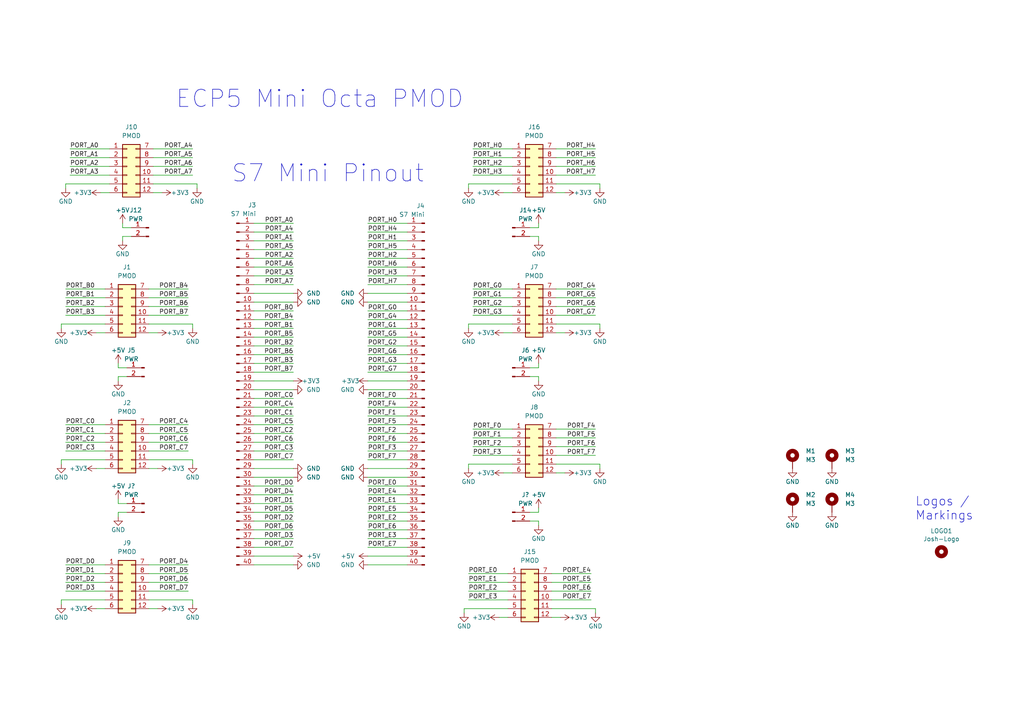
<source format=kicad_sch>
(kicad_sch (version 20200828) (generator eeschema)
  (page 1 1)
  (paper "A4")
  (title_block (title "Quad PMOD") (date "2020-09-20") (rev "0.1"))
  (lib_symbols
    (symbol "Connector:Conn_01x02_Male" (pin_names (offset 1.016) hide)
      (property "Reference" "J" (at 0 2.54 0))
      (property "Value" "Conn_01x02_Male" (at 0 -5.08 0))
      (symbol "Conn_01x02_Male_1_1"
        (pin passive line (at 5.08 0 180) (length 3.81) (name "Pin_1") (number "1"))
        (pin passive line (at 5.08 -2.54 180) (length 3.81) (name "Pin_2") (number "2"))
      )
    )
    (symbol "Connector:Conn_01x40_Male" (pin_names (offset 1.016) hide)
      (property "Reference" "J" (at 0 50.8 0))
      (property "Value" "Conn_01x40_Male" (at 0 -53.34 0))
      (symbol "Conn_01x40_Male_1_1"
        (pin passive line (at 5.08 48.26 180) (length 3.81) (name "Pin_1") (number "1"))
        (pin passive line (at 5.08 25.4 180) (length 3.81) (name "Pin_10") (number "10"))
        (pin passive line (at 5.08 22.86 180) (length 3.81) (name "Pin_11") (number "11"))
        (pin passive line (at 5.08 20.32 180) (length 3.81) (name "Pin_12") (number "12"))
        (pin passive line (at 5.08 17.78 180) (length 3.81) (name "Pin_13") (number "13"))
        (pin passive line (at 5.08 15.24 180) (length 3.81) (name "Pin_14") (number "14"))
        (pin passive line (at 5.08 12.7 180) (length 3.81) (name "Pin_15") (number "15"))
        (pin passive line (at 5.08 10.16 180) (length 3.81) (name "Pin_16") (number "16"))
        (pin passive line (at 5.08 7.62 180) (length 3.81) (name "Pin_17") (number "17"))
        (pin passive line (at 5.08 5.08 180) (length 3.81) (name "Pin_18") (number "18"))
        (pin passive line (at 5.08 2.54 180) (length 3.81) (name "Pin_19") (number "19"))
        (pin passive line (at 5.08 45.72 180) (length 3.81) (name "Pin_2") (number "2"))
        (pin passive line (at 5.08 0 180) (length 3.81) (name "Pin_20") (number "20"))
        (pin passive line (at 5.08 -2.54 180) (length 3.81) (name "Pin_21") (number "21"))
        (pin passive line (at 5.08 -5.08 180) (length 3.81) (name "Pin_22") (number "22"))
        (pin passive line (at 5.08 -7.62 180) (length 3.81) (name "Pin_23") (number "23"))
        (pin passive line (at 5.08 -10.16 180) (length 3.81) (name "Pin_24") (number "24"))
        (pin passive line (at 5.08 -12.7 180) (length 3.81) (name "Pin_25") (number "25"))
        (pin passive line (at 5.08 -15.24 180) (length 3.81) (name "Pin_26") (number "26"))
        (pin passive line (at 5.08 -17.78 180) (length 3.81) (name "Pin_27") (number "27"))
        (pin passive line (at 5.08 -20.32 180) (length 3.81) (name "Pin_28") (number "28"))
        (pin passive line (at 5.08 -22.86 180) (length 3.81) (name "Pin_29") (number "29"))
        (pin passive line (at 5.08 43.18 180) (length 3.81) (name "Pin_3") (number "3"))
        (pin passive line (at 5.08 -25.4 180) (length 3.81) (name "Pin_30") (number "30"))
        (pin passive line (at 5.08 -27.94 180) (length 3.81) (name "Pin_31") (number "31"))
        (pin passive line (at 5.08 -30.48 180) (length 3.81) (name "Pin_32") (number "32"))
        (pin passive line (at 5.08 -33.02 180) (length 3.81) (name "Pin_33") (number "33"))
        (pin passive line (at 5.08 -35.56 180) (length 3.81) (name "Pin_34") (number "34"))
        (pin passive line (at 5.08 -38.1 180) (length 3.81) (name "Pin_35") (number "35"))
        (pin passive line (at 5.08 -40.64 180) (length 3.81) (name "Pin_36") (number "36"))
        (pin passive line (at 5.08 -43.18 180) (length 3.81) (name "Pin_37") (number "37"))
        (pin passive line (at 5.08 -45.72 180) (length 3.81) (name "Pin_38") (number "38"))
        (pin passive line (at 5.08 -48.26 180) (length 3.81) (name "Pin_39") (number "39"))
        (pin passive line (at 5.08 40.64 180) (length 3.81) (name "Pin_4") (number "4"))
        (pin passive line (at 5.08 -50.8 180) (length 3.81) (name "Pin_40") (number "40"))
        (pin passive line (at 5.08 38.1 180) (length 3.81) (name "Pin_5") (number "5"))
        (pin passive line (at 5.08 35.56 180) (length 3.81) (name "Pin_6") (number "6"))
        (pin passive line (at 5.08 33.02 180) (length 3.81) (name "Pin_7") (number "7"))
        (pin passive line (at 5.08 30.48 180) (length 3.81) (name "Pin_8") (number "8"))
        (pin passive line (at 5.08 27.94 180) (length 3.81) (name "Pin_9") (number "9"))
      )
    )
    (symbol "Connector:Conn_01x40_Male_1" (pin_names (offset 1.016) hide)
      (property "Reference" "J" (at 0 50.8 0))
      (property "Value" "Conn_01x40_Male" (at 0 -53.34 0))
      (symbol "Conn_01x40_Male_1_1_1"
        (pin passive line (at 5.08 48.26 180) (length 3.81) (name "Pin_1") (number "1"))
        (pin passive line (at 5.08 25.4 180) (length 3.81) (name "Pin_10") (number "10"))
        (pin passive line (at 5.08 22.86 180) (length 3.81) (name "Pin_11") (number "11"))
        (pin passive line (at 5.08 20.32 180) (length 3.81) (name "Pin_12") (number "12"))
        (pin passive line (at 5.08 17.78 180) (length 3.81) (name "Pin_13") (number "13"))
        (pin passive line (at 5.08 15.24 180) (length 3.81) (name "Pin_14") (number "14"))
        (pin passive line (at 5.08 12.7 180) (length 3.81) (name "Pin_15") (number "15"))
        (pin passive line (at 5.08 10.16 180) (length 3.81) (name "Pin_16") (number "16"))
        (pin passive line (at 5.08 7.62 180) (length 3.81) (name "Pin_17") (number "17"))
        (pin passive line (at 5.08 5.08 180) (length 3.81) (name "Pin_18") (number "18"))
        (pin passive line (at 5.08 2.54 180) (length 3.81) (name "Pin_19") (number "19"))
        (pin passive line (at 5.08 45.72 180) (length 3.81) (name "Pin_2") (number "2"))
        (pin passive line (at 5.08 0 180) (length 3.81) (name "Pin_20") (number "20"))
        (pin passive line (at 5.08 -2.54 180) (length 3.81) (name "Pin_21") (number "21"))
        (pin passive line (at 5.08 -5.08 180) (length 3.81) (name "Pin_22") (number "22"))
        (pin passive line (at 5.08 -7.62 180) (length 3.81) (name "Pin_23") (number "23"))
        (pin passive line (at 5.08 -10.16 180) (length 3.81) (name "Pin_24") (number "24"))
        (pin passive line (at 5.08 -12.7 180) (length 3.81) (name "Pin_25") (number "25"))
        (pin passive line (at 5.08 -15.24 180) (length 3.81) (name "Pin_26") (number "26"))
        (pin passive line (at 5.08 -17.78 180) (length 3.81) (name "Pin_27") (number "27"))
        (pin passive line (at 5.08 -20.32 180) (length 3.81) (name "Pin_28") (number "28"))
        (pin passive line (at 5.08 -22.86 180) (length 3.81) (name "Pin_29") (number "29"))
        (pin passive line (at 5.08 43.18 180) (length 3.81) (name "Pin_3") (number "3"))
        (pin passive line (at 5.08 -25.4 180) (length 3.81) (name "Pin_30") (number "30"))
        (pin passive line (at 5.08 -27.94 180) (length 3.81) (name "Pin_31") (number "31"))
        (pin passive line (at 5.08 -30.48 180) (length 3.81) (name "Pin_32") (number "32"))
        (pin passive line (at 5.08 -33.02 180) (length 3.81) (name "Pin_33") (number "33"))
        (pin passive line (at 5.08 -35.56 180) (length 3.81) (name "Pin_34") (number "34"))
        (pin passive line (at 5.08 -38.1 180) (length 3.81) (name "Pin_35") (number "35"))
        (pin passive line (at 5.08 -40.64 180) (length 3.81) (name "Pin_36") (number "36"))
        (pin passive line (at 5.08 -43.18 180) (length 3.81) (name "Pin_37") (number "37"))
        (pin passive line (at 5.08 -45.72 180) (length 3.81) (name "Pin_38") (number "38"))
        (pin passive line (at 5.08 -48.26 180) (length 3.81) (name "Pin_39") (number "39"))
        (pin passive line (at 5.08 40.64 180) (length 3.81) (name "Pin_4") (number "4"))
        (pin passive line (at 5.08 -50.8 180) (length 3.81) (name "Pin_40") (number "40"))
        (pin passive line (at 5.08 38.1 180) (length 3.81) (name "Pin_5") (number "5"))
        (pin passive line (at 5.08 35.56 180) (length 3.81) (name "Pin_6") (number "6"))
        (pin passive line (at 5.08 33.02 180) (length 3.81) (name "Pin_7") (number "7"))
        (pin passive line (at 5.08 30.48 180) (length 3.81) (name "Pin_8") (number "8"))
        (pin passive line (at 5.08 27.94 180) (length 3.81) (name "Pin_9") (number "9"))
      )
    )
    (symbol "Connector_Generic:Conn_02x06_Top_Bottom" (pin_names (offset 1.016) hide)
      (property "Reference" "J" (at 1.27 7.62 0))
      (property "Value" "Conn_02x06_Top_Bottom" (at 1.27 -10.16 0))
      (symbol "Conn_02x06_Top_Bottom_1_1"
        (pin passive line (at -5.08 5.08 0) (length 3.81) (name "Pin_1") (number "1"))
        (pin passive line (at 7.62 -2.54 180) (length 3.81) (name "Pin_10") (number "10"))
        (pin passive line (at 7.62 -5.08 180) (length 3.81) (name "Pin_11") (number "11"))
        (pin passive line (at 7.62 -7.62 180) (length 3.81) (name "Pin_12") (number "12"))
        (pin passive line (at -5.08 2.54 0) (length 3.81) (name "Pin_2") (number "2"))
        (pin passive line (at -5.08 0 0) (length 3.81) (name "Pin_3") (number "3"))
        (pin passive line (at -5.08 -2.54 0) (length 3.81) (name "Pin_4") (number "4"))
        (pin passive line (at -5.08 -5.08 0) (length 3.81) (name "Pin_5") (number "5"))
        (pin passive line (at -5.08 -7.62 0) (length 3.81) (name "Pin_6") (number "6"))
        (pin passive line (at 7.62 5.08 180) (length 3.81) (name "Pin_7") (number "7"))
        (pin passive line (at 7.62 2.54 180) (length 3.81) (name "Pin_8") (number "8"))
        (pin passive line (at 7.62 0 180) (length 3.81) (name "Pin_9") (number "9"))
      )
    )
    (symbol "Mechanical:MountingHole" (pin_names (offset 1.016))
      (property "Reference" "H" (at 0 5.08 0))
      (property "Value" "MountingHole" (at 0 3.175 0))
    )
    (symbol "Mechanical:MountingHole_Pad" (pin_numbers hide) (pin_names (offset 1.016) hide)
      (property "Reference" "H" (at 0 6.35 0))
      (property "Value" "MountingHole_Pad" (at 0 4.445 0))
      (symbol "MountingHole_Pad_1_1"
        (pin input line (at 0 -2.54 90) (length 2.54) (name "1") (number "1"))
      )
    )
    (symbol "power:+3V3" (power) (pin_names (offset 0))
      (property "Value" "+3V3" (at 0 3.556 0))
      (symbol "+3V3_1_1"
        (pin power_in line (at 0 0 90) (length 0) hide (name "+3V3") (number "1"))
      )
    )
    (symbol "power:+5V" (power) (pin_names (offset 0))
      (property "Value" "+5V" (at 0 3.556 0))
      (symbol "+5V_1_1"
        (pin power_in line (at 0 0 90) (length 0) hide (name "+5V") (number "1"))
      )
    )
    (symbol "power:GND" (power) (pin_names (offset 0))
      (property "Value" "GND" (at 0 -3.81 0))
      (symbol "GND_1_1"
        (pin power_in line (at 0 0 270) (length 0) hide (name "GND") (number "1"))
      )
    )
  )
  (bus_alias "LED" (members "LED_[0..7]" "LED_R" "LED_G" "LED_B"))
  (bus_alias "HYPERRAM" (members "HR_nRST" "HR_nCS" "HR_CK_N" "HR_RWDS" "HR_DQ[0..7]" "HR_CK"))
  (bus_alias "USB" (members "USB_D-" "USB_D+" "USB_PU"))
  (bus_alias "SD" (members "SD_DAT[0..3]" "SD_CMD" "SD_CLK" "SD_DET"))
  (wire (pts (xy 17.78 93.98) (xy 17.78 95.25)))
  (wire (pts (xy 17.78 93.98) (xy 30.48 93.98)))
  (wire (pts (xy 17.78 133.35) (xy 17.78 134.62)))
  (wire (pts (xy 17.78 133.35) (xy 30.48 133.35)))
  (wire (pts (xy 17.78 173.99) (xy 17.78 175.26)))
  (wire (pts (xy 17.78 173.99) (xy 30.48 173.99)))
  (wire (pts (xy 19.05 53.34) (xy 19.05 54.61)))
  (wire (pts (xy 19.05 53.34) (xy 31.75 53.34)))
  (wire (pts (xy 27.94 96.52) (xy 30.48 96.52)))
  (wire (pts (xy 27.94 135.89) (xy 30.48 135.89)))
  (wire (pts (xy 27.94 176.53) (xy 30.48 176.53)))
  (wire (pts (xy 29.21 55.88) (xy 31.75 55.88)))
  (wire (pts (xy 30.48 83.82) (xy 19.05 83.82)))
  (wire (pts (xy 30.48 86.36) (xy 19.05 86.36)))
  (wire (pts (xy 30.48 88.9) (xy 19.05 88.9)))
  (wire (pts (xy 30.48 91.44) (xy 19.05 91.44)))
  (wire (pts (xy 30.48 123.19) (xy 19.05 123.19)))
  (wire (pts (xy 30.48 125.73) (xy 19.05 125.73)))
  (wire (pts (xy 30.48 128.27) (xy 19.05 128.27)))
  (wire (pts (xy 30.48 130.81) (xy 19.05 130.81)))
  (wire (pts (xy 30.48 163.83) (xy 19.05 163.83)))
  (wire (pts (xy 30.48 166.37) (xy 19.05 166.37)))
  (wire (pts (xy 30.48 168.91) (xy 19.05 168.91)))
  (wire (pts (xy 30.48 171.45) (xy 19.05 171.45)))
  (wire (pts (xy 31.75 43.18) (xy 20.32 43.18)))
  (wire (pts (xy 31.75 45.72) (xy 20.32 45.72)))
  (wire (pts (xy 31.75 48.26) (xy 20.32 48.26)))
  (wire (pts (xy 31.75 50.8) (xy 20.32 50.8)))
  (wire (pts (xy 34.29 105.41) (xy 34.29 106.68)))
  (wire (pts (xy 34.29 106.68) (xy 36.83 106.68)))
  (wire (pts (xy 34.29 109.22) (xy 34.29 110.49)))
  (wire (pts (xy 34.29 144.78) (xy 34.29 146.05)))
  (wire (pts (xy 34.29 146.05) (xy 36.83 146.05)))
  (wire (pts (xy 34.29 148.59) (xy 34.29 149.86)))
  (wire (pts (xy 35.56 64.77) (xy 35.56 66.04)))
  (wire (pts (xy 35.56 66.04) (xy 38.1 66.04)))
  (wire (pts (xy 35.56 68.58) (xy 35.56 69.85)))
  (wire (pts (xy 36.83 109.22) (xy 34.29 109.22)))
  (wire (pts (xy 36.83 148.59) (xy 34.29 148.59)))
  (wire (pts (xy 38.1 68.58) (xy 35.56 68.58)))
  (wire (pts (xy 43.18 83.82) (xy 54.61 83.82)))
  (wire (pts (xy 43.18 86.36) (xy 54.61 86.36)))
  (wire (pts (xy 43.18 88.9) (xy 54.61 88.9)))
  (wire (pts (xy 43.18 91.44) (xy 54.61 91.44)))
  (wire (pts (xy 43.18 93.98) (xy 55.88 93.98)))
  (wire (pts (xy 43.18 96.52) (xy 45.72 96.52)))
  (wire (pts (xy 43.18 123.19) (xy 54.61 123.19)))
  (wire (pts (xy 43.18 125.73) (xy 54.61 125.73)))
  (wire (pts (xy 43.18 128.27) (xy 54.61 128.27)))
  (wire (pts (xy 43.18 130.81) (xy 54.61 130.81)))
  (wire (pts (xy 43.18 133.35) (xy 55.88 133.35)))
  (wire (pts (xy 43.18 135.89) (xy 45.72 135.89)))
  (wire (pts (xy 43.18 163.83) (xy 54.61 163.83)))
  (wire (pts (xy 43.18 166.37) (xy 54.61 166.37)))
  (wire (pts (xy 43.18 168.91) (xy 54.61 168.91)))
  (wire (pts (xy 43.18 171.45) (xy 54.61 171.45)))
  (wire (pts (xy 43.18 173.99) (xy 55.88 173.99)))
  (wire (pts (xy 43.18 176.53) (xy 45.72 176.53)))
  (wire (pts (xy 44.45 43.18) (xy 55.88 43.18)))
  (wire (pts (xy 44.45 45.72) (xy 55.88 45.72)))
  (wire (pts (xy 44.45 48.26) (xy 55.88 48.26)))
  (wire (pts (xy 44.45 50.8) (xy 55.88 50.8)))
  (wire (pts (xy 44.45 53.34) (xy 57.15 53.34)))
  (wire (pts (xy 44.45 55.88) (xy 46.99 55.88)))
  (wire (pts (xy 55.88 93.98) (xy 55.88 95.25)))
  (wire (pts (xy 55.88 133.35) (xy 55.88 134.62)))
  (wire (pts (xy 55.88 173.99) (xy 55.88 175.26)))
  (wire (pts (xy 57.15 53.34) (xy 57.15 54.61)))
  (wire (pts (xy 73.66 64.77) (xy 85.09 64.77)))
  (wire (pts (xy 73.66 67.31) (xy 85.09 67.31)))
  (wire (pts (xy 73.66 69.85) (xy 85.09 69.85)))
  (wire (pts (xy 73.66 72.39) (xy 85.09 72.39)))
  (wire (pts (xy 73.66 74.93) (xy 85.09 74.93)))
  (wire (pts (xy 73.66 77.47) (xy 85.09 77.47)))
  (wire (pts (xy 73.66 80.01) (xy 85.09 80.01)))
  (wire (pts (xy 73.66 82.55) (xy 85.09 82.55)))
  (wire (pts (xy 73.66 85.09) (xy 85.09 85.09)))
  (wire (pts (xy 73.66 87.63) (xy 85.09 87.63)))
  (wire (pts (xy 73.66 90.17) (xy 85.09 90.17)))
  (wire (pts (xy 73.66 92.71) (xy 85.09 92.71)))
  (wire (pts (xy 73.66 95.25) (xy 85.09 95.25)))
  (wire (pts (xy 73.66 97.79) (xy 85.09 97.79)))
  (wire (pts (xy 73.66 100.33) (xy 85.09 100.33)))
  (wire (pts (xy 73.66 102.87) (xy 85.09 102.87)))
  (wire (pts (xy 73.66 105.41) (xy 85.09 105.41)))
  (wire (pts (xy 73.66 107.95) (xy 85.09 107.95)))
  (wire (pts (xy 73.66 110.49) (xy 85.09 110.49)))
  (wire (pts (xy 73.66 113.03) (xy 85.09 113.03)))
  (wire (pts (xy 73.66 115.57) (xy 85.09 115.57)))
  (wire (pts (xy 73.66 118.11) (xy 85.09 118.11)))
  (wire (pts (xy 73.66 120.65) (xy 85.09 120.65)))
  (wire (pts (xy 73.66 123.19) (xy 85.09 123.19)))
  (wire (pts (xy 73.66 125.73) (xy 85.09 125.73)))
  (wire (pts (xy 73.66 128.27) (xy 85.09 128.27)))
  (wire (pts (xy 73.66 130.81) (xy 85.09 130.81)))
  (wire (pts (xy 73.66 133.35) (xy 85.09 133.35)))
  (wire (pts (xy 73.66 135.89) (xy 85.09 135.89)))
  (wire (pts (xy 73.66 138.43) (xy 85.09 138.43)))
  (wire (pts (xy 73.66 140.97) (xy 85.09 140.97)))
  (wire (pts (xy 73.66 143.51) (xy 85.09 143.51)))
  (wire (pts (xy 73.66 146.05) (xy 85.09 146.05)))
  (wire (pts (xy 73.66 148.59) (xy 85.09 148.59)))
  (wire (pts (xy 73.66 151.13) (xy 85.09 151.13)))
  (wire (pts (xy 73.66 153.67) (xy 85.09 153.67)))
  (wire (pts (xy 73.66 156.21) (xy 85.09 156.21)))
  (wire (pts (xy 73.66 158.75) (xy 85.09 158.75)))
  (wire (pts (xy 73.66 161.29) (xy 85.09 161.29)))
  (wire (pts (xy 73.66 163.83) (xy 85.09 163.83)))
  (wire (pts (xy 106.68 64.77) (xy 118.11 64.77)))
  (wire (pts (xy 106.68 67.31) (xy 118.11 67.31)))
  (wire (pts (xy 106.68 69.85) (xy 118.11 69.85)))
  (wire (pts (xy 106.68 72.39) (xy 118.11 72.39)))
  (wire (pts (xy 106.68 74.93) (xy 118.11 74.93)))
  (wire (pts (xy 106.68 77.47) (xy 118.11 77.47)))
  (wire (pts (xy 106.68 80.01) (xy 118.11 80.01)))
  (wire (pts (xy 106.68 82.55) (xy 118.11 82.55)))
  (wire (pts (xy 106.68 85.09) (xy 118.11 85.09)))
  (wire (pts (xy 106.68 87.63) (xy 118.11 87.63)))
  (wire (pts (xy 106.68 90.17) (xy 118.11 90.17)))
  (wire (pts (xy 106.68 92.71) (xy 118.11 92.71)))
  (wire (pts (xy 106.68 95.25) (xy 118.11 95.25)))
  (wire (pts (xy 106.68 97.79) (xy 118.11 97.79)))
  (wire (pts (xy 106.68 100.33) (xy 118.11 100.33)))
  (wire (pts (xy 106.68 102.87) (xy 118.11 102.87)))
  (wire (pts (xy 106.68 105.41) (xy 118.11 105.41)))
  (wire (pts (xy 106.68 107.95) (xy 118.11 107.95)))
  (wire (pts (xy 106.68 110.49) (xy 118.11 110.49)))
  (wire (pts (xy 106.68 113.03) (xy 118.11 113.03)))
  (wire (pts (xy 106.68 115.57) (xy 118.11 115.57)))
  (wire (pts (xy 106.68 118.11) (xy 118.11 118.11)))
  (wire (pts (xy 106.68 120.65) (xy 118.11 120.65)))
  (wire (pts (xy 106.68 123.19) (xy 118.11 123.19)))
  (wire (pts (xy 106.68 125.73) (xy 118.11 125.73)))
  (wire (pts (xy 106.68 128.27) (xy 118.11 128.27)))
  (wire (pts (xy 106.68 130.81) (xy 118.11 130.81)))
  (wire (pts (xy 106.68 133.35) (xy 118.11 133.35)))
  (wire (pts (xy 106.68 135.89) (xy 118.11 135.89)))
  (wire (pts (xy 106.68 138.43) (xy 118.11 138.43)))
  (wire (pts (xy 106.68 140.97) (xy 118.11 140.97)))
  (wire (pts (xy 106.68 143.51) (xy 118.11 143.51)))
  (wire (pts (xy 106.68 146.05) (xy 118.11 146.05)))
  (wire (pts (xy 106.68 148.59) (xy 118.11 148.59)))
  (wire (pts (xy 106.68 151.13) (xy 118.11 151.13)))
  (wire (pts (xy 106.68 153.67) (xy 118.11 153.67)))
  (wire (pts (xy 106.68 156.21) (xy 118.11 156.21)))
  (wire (pts (xy 106.68 158.75) (xy 118.11 158.75)))
  (wire (pts (xy 106.68 161.29) (xy 118.11 161.29)))
  (wire (pts (xy 106.68 163.83) (xy 118.11 163.83)))
  (wire (pts (xy 134.62 176.53) (xy 134.62 177.8)))
  (wire (pts (xy 134.62 176.53) (xy 147.32 176.53)))
  (wire (pts (xy 135.89 53.34) (xy 135.89 54.61)))
  (wire (pts (xy 135.89 53.34) (xy 148.59 53.34)))
  (wire (pts (xy 135.89 93.98) (xy 135.89 95.25)))
  (wire (pts (xy 135.89 93.98) (xy 148.59 93.98)))
  (wire (pts (xy 135.89 134.62) (xy 135.89 135.89)))
  (wire (pts (xy 135.89 134.62) (xy 148.59 134.62)))
  (wire (pts (xy 144.78 179.07) (xy 147.32 179.07)))
  (wire (pts (xy 146.05 55.88) (xy 148.59 55.88)))
  (wire (pts (xy 146.05 96.52) (xy 148.59 96.52)))
  (wire (pts (xy 146.05 137.16) (xy 148.59 137.16)))
  (wire (pts (xy 147.32 166.37) (xy 135.89 166.37)))
  (wire (pts (xy 147.32 168.91) (xy 135.89 168.91)))
  (wire (pts (xy 147.32 171.45) (xy 135.89 171.45)))
  (wire (pts (xy 147.32 173.99) (xy 135.89 173.99)))
  (wire (pts (xy 148.59 43.18) (xy 137.16 43.18)))
  (wire (pts (xy 148.59 45.72) (xy 137.16 45.72)))
  (wire (pts (xy 148.59 48.26) (xy 137.16 48.26)))
  (wire (pts (xy 148.59 50.8) (xy 137.16 50.8)))
  (wire (pts (xy 148.59 83.82) (xy 137.16 83.82)))
  (wire (pts (xy 148.59 86.36) (xy 137.16 86.36)))
  (wire (pts (xy 148.59 88.9) (xy 137.16 88.9)))
  (wire (pts (xy 148.59 91.44) (xy 137.16 91.44)))
  (wire (pts (xy 148.59 124.46) (xy 137.16 124.46)))
  (wire (pts (xy 148.59 127) (xy 137.16 127)))
  (wire (pts (xy 148.59 129.54) (xy 137.16 129.54)))
  (wire (pts (xy 148.59 132.08) (xy 137.16 132.08)))
  (wire (pts (xy 153.67 68.58) (xy 156.21 68.58)))
  (wire (pts (xy 153.67 109.22) (xy 156.21 109.22)))
  (wire (pts (xy 153.67 151.13) (xy 156.21 151.13)))
  (wire (pts (xy 156.21 64.77) (xy 156.21 66.04)))
  (wire (pts (xy 156.21 66.04) (xy 153.67 66.04)))
  (wire (pts (xy 156.21 68.58) (xy 156.21 69.85)))
  (wire (pts (xy 156.21 105.41) (xy 156.21 106.68)))
  (wire (pts (xy 156.21 106.68) (xy 153.67 106.68)))
  (wire (pts (xy 156.21 109.22) (xy 156.21 110.49)))
  (wire (pts (xy 156.21 147.32) (xy 156.21 148.59)))
  (wire (pts (xy 156.21 148.59) (xy 153.67 148.59)))
  (wire (pts (xy 156.21 151.13) (xy 156.21 152.4)))
  (wire (pts (xy 160.02 166.37) (xy 171.45 166.37)))
  (wire (pts (xy 160.02 168.91) (xy 171.45 168.91)))
  (wire (pts (xy 160.02 171.45) (xy 171.45 171.45)))
  (wire (pts (xy 160.02 173.99) (xy 171.45 173.99)))
  (wire (pts (xy 160.02 176.53) (xy 172.72 176.53)))
  (wire (pts (xy 160.02 179.07) (xy 162.56 179.07)))
  (wire (pts (xy 161.29 43.18) (xy 172.72 43.18)))
  (wire (pts (xy 161.29 45.72) (xy 172.72 45.72)))
  (wire (pts (xy 161.29 48.26) (xy 172.72 48.26)))
  (wire (pts (xy 161.29 50.8) (xy 172.72 50.8)))
  (wire (pts (xy 161.29 53.34) (xy 173.99 53.34)))
  (wire (pts (xy 161.29 55.88) (xy 163.83 55.88)))
  (wire (pts (xy 161.29 83.82) (xy 172.72 83.82)))
  (wire (pts (xy 161.29 86.36) (xy 172.72 86.36)))
  (wire (pts (xy 161.29 88.9) (xy 172.72 88.9)))
  (wire (pts (xy 161.29 91.44) (xy 172.72 91.44)))
  (wire (pts (xy 161.29 93.98) (xy 173.99 93.98)))
  (wire (pts (xy 161.29 96.52) (xy 163.83 96.52)))
  (wire (pts (xy 161.29 124.46) (xy 172.72 124.46)))
  (wire (pts (xy 161.29 127) (xy 172.72 127)))
  (wire (pts (xy 161.29 129.54) (xy 172.72 129.54)))
  (wire (pts (xy 161.29 132.08) (xy 172.72 132.08)))
  (wire (pts (xy 161.29 134.62) (xy 173.99 134.62)))
  (wire (pts (xy 161.29 137.16) (xy 163.83 137.16)))
  (wire (pts (xy 172.72 176.53) (xy 172.72 177.8)))
  (wire (pts (xy 173.99 53.34) (xy 173.99 54.61)))
  (wire (pts (xy 173.99 93.98) (xy 173.99 95.25)))
  (wire (pts (xy 173.99 134.62) (xy 173.99 135.89)))
  (text "S7 Mini Pinout" (at 123.19 53.34 180) (effects (font (size 5 5)) (justify right bottom)))
  (text "ECP5 Mini Octa PMOD" (at 134.62 31.75 180) (effects (font (size 5 5)) (justify right bottom)))
  (text "Logos / \nMarkings" (at 265.43 151.13 0) (effects (font (size 2.54 2.54)) (justify left bottom)))
  (label "PORT_B0" (at 19.05 83.82 0))
  (label "PORT_B1" (at 19.05 86.36 0))
  (label "PORT_B2" (at 19.05 88.9 0))
  (label "PORT_B3" (at 19.05 91.44 0))
  (label "PORT_C0" (at 19.05 123.19 0))
  (label "PORT_C1" (at 19.05 125.73 0))
  (label "PORT_C2" (at 19.05 128.27 0))
  (label "PORT_C3" (at 19.05 130.81 0))
  (label "PORT_D0" (at 19.05 163.83 0))
  (label "PORT_D1" (at 19.05 166.37 0))
  (label "PORT_D2" (at 19.05 168.91 0))
  (label "PORT_D3" (at 19.05 171.45 0))
  (label "PORT_A0" (at 20.32 43.18 0))
  (label "PORT_A1" (at 20.32 45.72 0))
  (label "PORT_A2" (at 20.32 48.26 0))
  (label "PORT_A3" (at 20.32 50.8 0))
  (label "PORT_B4" (at 54.61 83.82 180))
  (label "PORT_B5" (at 54.61 86.36 180))
  (label "PORT_B6" (at 54.61 88.9 180))
  (label "PORT_B7" (at 54.61 91.44 180))
  (label "PORT_C4" (at 54.61 123.19 180))
  (label "PORT_C5" (at 54.61 125.73 180))
  (label "PORT_C6" (at 54.61 128.27 180))
  (label "PORT_C7" (at 54.61 130.81 180))
  (label "PORT_D4" (at 54.61 163.83 180))
  (label "PORT_D5" (at 54.61 166.37 180))
  (label "PORT_D6" (at 54.61 168.91 180))
  (label "PORT_D7" (at 54.61 171.45 180))
  (label "PORT_A4" (at 55.88 43.18 180))
  (label "PORT_A5" (at 55.88 45.72 180))
  (label "PORT_A6" (at 55.88 48.26 180))
  (label "PORT_A7" (at 55.88 50.8 180))
  (label "PORT_A0" (at 85.09 64.77 180))
  (label "PORT_A4" (at 85.09 67.31 180))
  (label "PORT_A1" (at 85.09 69.85 180))
  (label "PORT_A5" (at 85.09 72.39 180))
  (label "PORT_A2" (at 85.09 74.93 180))
  (label "PORT_A6" (at 85.09 77.47 180))
  (label "PORT_A3" (at 85.09 80.01 180))
  (label "PORT_A7" (at 85.09 82.55 180))
  (label "PORT_B0" (at 85.09 90.17 180))
  (label "PORT_B4" (at 85.09 92.71 180))
  (label "PORT_B1" (at 85.09 95.25 180))
  (label "PORT_B5" (at 85.09 97.79 180))
  (label "PORT_B2" (at 85.09 100.33 180))
  (label "PORT_B6" (at 85.09 102.87 180))
  (label "PORT_B3" (at 85.09 105.41 180))
  (label "PORT_B7" (at 85.09 107.95 180))
  (label "PORT_C0" (at 85.09 115.57 180))
  (label "PORT_C4" (at 85.09 118.11 180))
  (label "PORT_C1" (at 85.09 120.65 180))
  (label "PORT_C5" (at 85.09 123.19 180))
  (label "PORT_C2" (at 85.09 125.73 180))
  (label "PORT_C6" (at 85.09 128.27 180))
  (label "PORT_C3" (at 85.09 130.81 180))
  (label "PORT_C7" (at 85.09 133.35 180))
  (label "PORT_D0" (at 85.09 140.97 180))
  (label "PORT_D4" (at 85.09 143.51 180))
  (label "PORT_D1" (at 85.09 146.05 180))
  (label "PORT_D5" (at 85.09 148.59 180))
  (label "PORT_D2" (at 85.09 151.13 180))
  (label "PORT_D6" (at 85.09 153.67 180))
  (label "PORT_D3" (at 85.09 156.21 180))
  (label "PORT_D7" (at 85.09 158.75 180))
  (label "PORT_H0" (at 106.68 64.77 0))
  (label "PORT_H4" (at 106.68 67.31 0))
  (label "PORT_H1" (at 106.68 69.85 0))
  (label "PORT_H5" (at 106.68 72.39 0))
  (label "PORT_H2" (at 106.68 74.93 0))
  (label "PORT_H6" (at 106.68 77.47 0))
  (label "PORT_H3" (at 106.68 80.01 0))
  (label "PORT_H7" (at 106.68 82.55 0))
  (label "PORT_G0" (at 106.68 90.17 0))
  (label "PORT_G4" (at 106.68 92.71 0))
  (label "PORT_G1" (at 106.68 95.25 0))
  (label "PORT_G5" (at 106.68 97.79 0))
  (label "PORT_G2" (at 106.68 100.33 0))
  (label "PORT_G6" (at 106.68 102.87 0))
  (label "PORT_G3" (at 106.68 105.41 0))
  (label "PORT_G7" (at 106.68 107.95 0))
  (label "PORT_F0" (at 106.68 115.57 0))
  (label "PORT_F4" (at 106.68 118.11 0))
  (label "PORT_F1" (at 106.68 120.65 0))
  (label "PORT_F5" (at 106.68 123.19 0))
  (label "PORT_F2" (at 106.68 125.73 0))
  (label "PORT_F6" (at 106.68 128.27 0))
  (label "PORT_F3" (at 106.68 130.81 0))
  (label "PORT_F7" (at 106.68 133.35 0))
  (label "PORT_E0" (at 106.68 140.97 0))
  (label "PORT_E4" (at 106.68 143.51 0))
  (label "PORT_E1" (at 106.68 146.05 0))
  (label "PORT_E5" (at 106.68 148.59 0))
  (label "PORT_E2" (at 106.68 151.13 0))
  (label "PORT_E6" (at 106.68 153.67 0))
  (label "PORT_E3" (at 106.68 156.21 0))
  (label "PORT_E7" (at 106.68 158.75 0))
  (label "PORT_E0" (at 135.89 166.37 0))
  (label "PORT_E1" (at 135.89 168.91 0))
  (label "PORT_E2" (at 135.89 171.45 0))
  (label "PORT_E3" (at 135.89 173.99 0))
  (label "PORT_H0" (at 137.16 43.18 0))
  (label "PORT_H1" (at 137.16 45.72 0))
  (label "PORT_H2" (at 137.16 48.26 0))
  (label "PORT_H3" (at 137.16 50.8 0))
  (label "PORT_G0" (at 137.16 83.82 0))
  (label "PORT_G1" (at 137.16 86.36 0))
  (label "PORT_G2" (at 137.16 88.9 0))
  (label "PORT_G3" (at 137.16 91.44 0))
  (label "PORT_F0" (at 137.16 124.46 0))
  (label "PORT_F1" (at 137.16 127 0))
  (label "PORT_F2" (at 137.16 129.54 0))
  (label "PORT_F3" (at 137.16 132.08 0))
  (label "PORT_E4" (at 171.45 166.37 180))
  (label "PORT_E5" (at 171.45 168.91 180))
  (label "PORT_E6" (at 171.45 171.45 180))
  (label "PORT_E7" (at 171.45 173.99 180))
  (label "PORT_H4" (at 172.72 43.18 180))
  (label "PORT_H5" (at 172.72 45.72 180))
  (label "PORT_H6" (at 172.72 48.26 180))
  (label "PORT_H7" (at 172.72 50.8 180))
  (label "PORT_G4" (at 172.72 83.82 180))
  (label "PORT_G5" (at 172.72 86.36 180))
  (label "PORT_G6" (at 172.72 88.9 180))
  (label "PORT_G7" (at 172.72 91.44 180))
  (label "PORT_F4" (at 172.72 124.46 180))
  (label "PORT_F5" (at 172.72 127 180))
  (label "PORT_F6" (at 172.72 129.54 180))
  (label "PORT_F7" (at 172.72 132.08 180))
  (symbol (lib_id "power:+3V3") (at 27.94 96.52 90) (unit 1)
    (property "Reference" "#PWR0139" (effects hide))
    (property "Value" "+3V3" (at 25.4 96.52 90) (effects (justify left)))
  )
  (symbol (lib_id "power:+3V3") (at 27.94 135.89 90) (unit 1)
    (property "Reference" "#PWR0145" (effects hide))
    (property "Value" "+3V3" (at 25.4 135.89 90) (effects (justify left)))
  )
  (symbol (lib_id "power:+3V3") (at 27.94 176.53 90) (unit 1)
    (property "Reference" "#PWR0136" (effects hide))
    (property "Value" "+3V3" (at 25.4 176.53 90) (effects (justify left)))
  )
  (symbol (lib_id "power:+3V3") (at 29.21 55.88 90) (unit 1)
    (property "Reference" "#PWR0130" (effects hide))
    (property "Value" "+3V3" (at 26.67 55.88 90) (effects (justify left)))
  )
  (symbol (lib_id "power:+5V") (at 34.29 105.41 0) (mirror y) (unit 1)
    (property "Reference" "#PWR0110" (effects hide))
    (property "Value" "+5V" (at 34.29 101.6 0))
  )
  (symbol (lib_id "power:+5V") (at 34.29 144.78 0) (mirror y) (unit 1)
    (property "Reference" "#PWR?" (effects hide))
    (property "Value" "+5V" (at 34.29 140.97 0))
  )
  (symbol (lib_id "power:+5V") (at 35.56 64.77 0) (mirror y) (unit 1)
    (property "Reference" "#PWR0128" (effects hide))
    (property "Value" "+5V" (at 35.56 60.96 0))
  )
  (symbol (lib_id "power:+3V3") (at 45.72 96.52 270) (unit 1)
    (property "Reference" "#PWR0138" (effects hide))
    (property "Value" "+3V3" (at 48.26 96.52 90) (effects (justify left)))
  )
  (symbol (lib_id "power:+3V3") (at 45.72 135.89 270) (unit 1)
    (property "Reference" "#PWR0141" (effects hide))
    (property "Value" "+3V3" (at 48.26 135.89 90) (effects (justify left)))
  )
  (symbol (lib_id "power:+3V3") (at 45.72 176.53 270) (unit 1)
    (property "Reference" "#PWR0133" (effects hide))
    (property "Value" "+3V3" (at 48.26 176.53 90) (effects (justify left)))
  )
  (symbol (lib_id "power:+3V3") (at 46.99 55.88 270) (unit 1)
    (property "Reference" "#PWR0127" (effects hide))
    (property "Value" "+3V3" (at 49.53 55.88 90) (effects (justify left)))
  )
  (symbol (lib_id "power:+3V3") (at 85.09 110.49 270) (unit 1)
    (property "Reference" "#PWR0154" (effects hide))
    (property "Value" "+3V3" (at 90.17 110.49 90))
  )
  (symbol (lib_id "power:+5V") (at 85.09 161.29 270) (unit 1)
    (property "Reference" "#PWR0153" (effects hide))
    (property "Value" "+5V" (at 88.9 161.29 90) (effects (justify left)))
  )
  (symbol (lib_id "power:+3V3") (at 106.68 110.49 90) (mirror x) (unit 1)
    (property "Reference" "#PWR0159" (effects hide))
    (property "Value" "+3V3" (at 101.6 110.49 90))
  )
  (symbol (lib_id "power:+5V") (at 106.68 161.29 90) (unit 1)
    (property "Reference" "#PWR0152" (effects hide))
    (property "Value" "+5V" (at 102.87 161.29 90) (effects (justify left)))
  )
  (symbol (lib_id "power:+3V3") (at 144.78 179.07 90) (unit 1)
    (property "Reference" "#PWR0124" (effects hide))
    (property "Value" "+3V3" (at 142.24 179.07 90) (effects (justify left)))
  )
  (symbol (lib_id "power:+3V3") (at 146.05 55.88 90) (unit 1)
    (property "Reference" "#PWR0106" (effects hide))
    (property "Value" "+3V3" (at 143.51 55.88 90) (effects (justify left)))
  )
  (symbol (lib_id "power:+3V3") (at 146.05 96.52 90) (unit 1)
    (property "Reference" "#PWR0109" (effects hide))
    (property "Value" "+3V3" (at 143.51 96.52 90) (effects (justify left)))
  )
  (symbol (lib_id "power:+3V3") (at 146.05 137.16 90) (unit 1)
    (property "Reference" "#PWR0118" (effects hide))
    (property "Value" "+3V3" (at 143.51 137.16 90) (effects (justify left)))
  )
  (symbol (lib_id "power:+5V") (at 156.21 64.77 0) (unit 1)
    (property "Reference" "#PWR0102" (effects hide))
    (property "Value" "+5V" (at 156.21 60.96 0))
  )
  (symbol (lib_id "power:+5V") (at 156.21 105.41 0) (unit 1)
    (property "Reference" "#PWR0120" (effects hide))
    (property "Value" "+5V" (at 156.21 101.6 0))
  )
  (symbol (lib_id "power:+5V") (at 156.21 147.32 0) (unit 1)
    (property "Reference" "#PWR?" (effects hide))
    (property "Value" "+5V" (at 156.21 143.51 0))
  )
  (symbol (lib_id "power:+3V3") (at 162.56 179.07 270) (unit 1)
    (property "Reference" "#PWR0122" (effects hide))
    (property "Value" "+3V3" (at 165.1 179.07 90) (effects (justify left)))
  )
  (symbol (lib_id "power:+3V3") (at 163.83 55.88 270) (unit 1)
    (property "Reference" "#PWR0101" (effects hide))
    (property "Value" "+3V3" (at 166.37 55.88 90) (effects (justify left)))
  )
  (symbol (lib_id "power:+3V3") (at 163.83 96.52 270) (unit 1)
    (property "Reference" "#PWR0112" (effects hide))
    (property "Value" "+3V3" (at 166.37 96.52 90) (effects (justify left)))
  )
  (symbol (lib_id "power:+3V3") (at 163.83 137.16 270) (unit 1)
    (property "Reference" "#PWR0117" (effects hide))
    (property "Value" "+3V3" (at 166.37 137.16 90) (effects (justify left)))
  )
  (symbol (lib_id "power:GND") (at 17.78 95.25 0) (unit 1)
    (property "Reference" "#PWR0140" (effects hide))
    (property "Value" "GND" (at 17.78 99.06 0))
  )
  (symbol (lib_id "power:GND") (at 17.78 134.62 0) (unit 1)
    (property "Reference" "#PWR0146" (effects hide))
    (property "Value" "GND" (at 17.78 138.43 0))
  )
  (symbol (lib_id "power:GND") (at 17.78 175.26 0) (unit 1)
    (property "Reference" "#PWR0137" (effects hide))
    (property "Value" "GND" (at 17.78 179.07 0))
  )
  (symbol (lib_id "power:GND") (at 19.05 54.61 0) (unit 1)
    (property "Reference" "#PWR0129" (effects hide))
    (property "Value" "GND" (at 19.05 58.42 0))
  )
  (symbol (lib_id "power:GND") (at 34.29 110.49 0) (mirror y) (unit 1)
    (property "Reference" "#PWR0104" (effects hide))
    (property "Value" "GND" (at 34.29 114.3 0))
  )
  (symbol (lib_id "power:GND") (at 34.29 149.86 0) (mirror y) (unit 1)
    (property "Reference" "#PWR?" (effects hide))
    (property "Value" "GND" (at 34.29 153.67 0))
  )
  (symbol (lib_id "power:GND") (at 35.56 69.85 0) (mirror y) (unit 1)
    (property "Reference" "#PWR0126" (effects hide))
    (property "Value" "GND" (at 35.56 73.66 0))
  )
  (symbol (lib_id "power:GND") (at 55.88 95.25 0) (unit 1)
    (property "Reference" "#PWR0131" (effects hide))
    (property "Value" "GND" (at 55.88 99.06 0))
  )
  (symbol (lib_id "power:GND") (at 55.88 134.62 0) (unit 1)
    (property "Reference" "#PWR0144" (effects hide))
    (property "Value" "GND" (at 55.88 138.43 0))
  )
  (symbol (lib_id "power:GND") (at 55.88 175.26 0) (unit 1)
    (property "Reference" "#PWR0134" (effects hide))
    (property "Value" "GND" (at 55.88 179.07 0))
  )
  (symbol (lib_id "power:GND") (at 57.15 54.61 0) (unit 1)
    (property "Reference" "#PWR0125" (effects hide))
    (property "Value" "GND" (at 57.15 58.42 0))
  )
  (symbol (lib_id "power:GND") (at 85.09 85.09 90) (unit 1)
    (property "Reference" "#PWR0156" (effects hide))
    (property "Value" "GND" (at 88.9 85.09 90) (effects (justify right)))
  )
  (symbol (lib_id "power:GND") (at 85.09 87.63 90) (unit 1)
    (property "Reference" "#PWR0155" (effects hide))
    (property "Value" "GND" (at 88.9 87.63 90) (effects (justify right)))
  )
  (symbol (lib_id "power:GND") (at 85.09 113.03 90) (unit 1)
    (property "Reference" "#PWR0160" (effects hide))
    (property "Value" "GND" (at 88.9 113.03 90) (effects (justify right)))
  )
  (symbol (lib_id "power:GND") (at 85.09 135.89 90) (unit 1)
    (property "Reference" "#PWR0164" (effects hide))
    (property "Value" "GND" (at 88.9 135.89 90) (effects (justify right)))
  )
  (symbol (lib_id "power:GND") (at 85.09 138.43 90) (unit 1)
    (property "Reference" "#PWR0162" (effects hide))
    (property "Value" "GND" (at 88.9 138.43 90) (effects (justify right)))
  )
  (symbol (lib_id "power:GND") (at 85.09 163.83 90) (unit 1)
    (property "Reference" "#PWR0143" (effects hide))
    (property "Value" "GND" (at 88.9 163.83 90) (effects (justify right)))
  )
  (symbol (lib_id "power:GND") (at 106.68 85.09 270) (unit 1)
    (property "Reference" "#PWR0158" (effects hide))
    (property "Value" "GND" (at 102.87 85.09 90) (effects (justify right)))
  )
  (symbol (lib_id "power:GND") (at 106.68 87.63 270) (unit 1)
    (property "Reference" "#PWR0157" (effects hide))
    (property "Value" "GND" (at 102.87 87.63 90) (effects (justify right)))
  )
  (symbol (lib_id "power:GND") (at 106.68 113.03 270) (mirror x) (unit 1)
    (property "Reference" "#PWR0161" (effects hide))
    (property "Value" "GND" (at 102.87 113.03 90) (effects (justify right)))
  )
  (symbol (lib_id "power:GND") (at 106.68 135.89 270) (unit 1)
    (property "Reference" "#PWR0163" (effects hide))
    (property "Value" "GND" (at 102.87 135.89 90) (effects (justify right)))
  )
  (symbol (lib_id "power:GND") (at 106.68 138.43 270) (unit 1)
    (property "Reference" "#PWR0165" (effects hide))
    (property "Value" "GND" (at 102.87 138.43 90) (effects (justify right)))
  )
  (symbol (lib_id "power:GND") (at 106.68 163.83 270) (mirror x) (unit 1)
    (property "Reference" "#PWR0142" (effects hide))
    (property "Value" "GND" (at 102.87 163.83 90) (effects (justify right)))
  )
  (symbol (lib_id "power:GND") (at 134.62 177.8 0) (unit 1)
    (property "Reference" "#PWR0123" (effects hide))
    (property "Value" "GND" (at 134.62 181.61 0))
  )
  (symbol (lib_id "power:GND") (at 135.89 54.61 0) (unit 1)
    (property "Reference" "#PWR0107" (effects hide))
    (property "Value" "GND" (at 135.89 58.42 0))
  )
  (symbol (lib_id "power:GND") (at 135.89 95.25 0) (unit 1)
    (property "Reference" "#PWR0111" (effects hide))
    (property "Value" "GND" (at 135.89 99.06 0))
  )
  (symbol (lib_id "power:GND") (at 135.89 135.89 0) (unit 1)
    (property "Reference" "#PWR0115" (effects hide))
    (property "Value" "GND" (at 135.89 139.7 0))
  )
  (symbol (lib_id "power:GND") (at 156.21 69.85 0) (unit 1)
    (property "Reference" "#PWR0105" (effects hide))
    (property "Value" "GND" (at 156.21 73.66 0))
  )
  (symbol (lib_id "power:GND") (at 156.21 110.49 0) (unit 1)
    (property "Reference" "#PWR0119" (effects hide))
    (property "Value" "GND" (at 156.21 114.3 0))
  )
  (symbol (lib_id "power:GND") (at 156.21 152.4 0) (unit 1)
    (property "Reference" "#PWR?" (effects hide))
    (property "Value" "GND" (at 156.21 156.21 0))
  )
  (symbol (lib_id "power:GND") (at 172.72 177.8 0) (unit 1)
    (property "Reference" "#PWR0121" (effects hide))
    (property "Value" "GND" (at 172.72 181.61 0))
  )
  (symbol (lib_id "power:GND") (at 173.99 54.61 0) (unit 1)
    (property "Reference" "#PWR0103" (effects hide))
    (property "Value" "GND" (at 173.99 58.42 0))
  )
  (symbol (lib_id "power:GND") (at 173.99 95.25 0) (unit 1)
    (property "Reference" "#PWR0113" (effects hide))
    (property "Value" "GND" (at 173.99 99.06 0))
  )
  (symbol (lib_id "power:GND") (at 173.99 135.89 0) (unit 1)
    (property "Reference" "#PWR0116" (effects hide))
    (property "Value" "GND" (at 173.99 139.7 0))
  )
  (symbol (lib_id "power:GND") (at 229.87 135.89 0) (unit 1)
    (property "Reference" "#PWR0114" (effects hide))
    (property "Value" "GND" (at 229.87 139.7 0))
  )
  (symbol (lib_id "power:GND") (at 229.87 148.59 0) (unit 1)
    (property "Reference" "#PWR0135" (effects hide))
    (property "Value" "GND" (at 229.87 152.4 0))
  )
  (symbol (lib_id "power:GND") (at 241.3 135.89 0) (unit 1)
    (property "Reference" "#PWR0132" (effects hide))
    (property "Value" "GND" (at 241.3 139.7 0))
  )
  (symbol (lib_id "power:GND") (at 241.3 148.59 0) (unit 1)
    (property "Reference" "#PWR0108" (effects hide))
    (property "Value" "GND" (at 241.3 152.4 0))
  )
  (symbol (lib_id "Mechanical:MountingHole") (at 273.05 160.02 0) (unit 1)
    (property "Reference" "LOGO1" (at 273.05 154.0002 0))
    (property "Value" "Josh-Logo" (at 273.05 156.3116 0))
    (property "Footprint" "josh-logos:josh-johnson-logo-8_6x1_5" (effects hide))
    (property "DNP" "DNP" (effects hide))
  )
  (symbol (lib_id "Mechanical:MountingHole_Pad") (at 229.87 133.35 0) (unit 1)
    (property "Reference" "M1" (at 233.68 130.81 0) (effects (justify left)))
    (property "Value" "M3" (at 233.68 133.35 0) (effects (justify left)))
    (property "Footprint" "MountingHole:MountingHole_3.2mm_M3_DIN965_Pad" (effects hide))
  )
  (symbol (lib_id "Mechanical:MountingHole_Pad") (at 229.87 146.05 0) (unit 1)
    (property "Reference" "M2" (at 233.68 143.51 0) (effects (justify left)))
    (property "Value" "M3" (at 233.68 146.05 0) (effects (justify left)))
    (property "Footprint" "MountingHole:MountingHole_3.2mm_M3_DIN965_Pad" (effects hide))
  )
  (symbol (lib_id "Mechanical:MountingHole_Pad") (at 241.3 133.35 0) (unit 1)
    (property "Reference" "M3" (at 245.11 130.81 0) (effects (justify left)))
    (property "Value" "M3" (at 245.11 133.35 0) (effects (justify left)))
    (property "Footprint" "MountingHole:MountingHole_3.2mm_M3_DIN965_Pad" (effects hide))
  )
  (symbol (lib_id "Mechanical:MountingHole_Pad") (at 241.3 146.05 0) (unit 1)
    (property "Reference" "M4" (at 245.11 143.51 0) (effects (justify left)))
    (property "Value" "M3" (at 245.11 146.05 0) (effects (justify left)))
    (property "Footprint" "MountingHole:MountingHole_3.2mm_M3_DIN965_Pad" (effects hide))
  )
  (symbol (lib_id "Connector:Conn_01x02_Male") (at 41.91 106.68 0) (mirror y) (unit 1)
    (property "Reference" "J5" (at 38.1 101.6 0))
    (property "Value" "PWR" (at 38.1 104.14 0))
    (property "Footprint" "Connector_PinSocket_2.54mm:PinSocket_1x02_P2.54mm_Vertical" (effects hide))
  )
  (symbol (lib_id "Connector:Conn_01x02_Male") (at 41.91 146.05 0) (mirror y) (unit 1)
    (property "Reference" "J?" (at 38.1 140.97 0))
    (property "Value" "PWR" (at 38.1 143.51 0))
    (property "Footprint" "Connector_PinSocket_2.54mm:PinSocket_1x02_P2.54mm_Vertical" (effects hide))
  )
  (symbol (lib_id "Connector:Conn_01x02_Male") (at 43.18 66.04 0) (mirror y) (unit 1)
    (property "Reference" "J12" (at 39.37 60.96 0))
    (property "Value" "PWR" (at 39.37 63.5 0))
    (property "Footprint" "Connector_PinSocket_2.54mm:PinSocket_1x02_P2.54mm_Vertical" (effects hide))
  )
  (symbol (lib_id "Connector:Conn_01x02_Male") (at 148.59 66.04 0) (unit 1)
    (property "Reference" "J14" (at 152.4 60.96 0))
    (property "Value" "PWR" (at 152.4 63.5 0))
    (property "Footprint" "Connector_PinSocket_2.54mm:PinSocket_1x02_P2.54mm_Vertical" (effects hide))
  )
  (symbol (lib_id "Connector:Conn_01x02_Male") (at 148.59 106.68 0) (unit 1)
    (property "Reference" "J6" (at 152.4 101.6 0))
    (property "Value" "PWR" (at 152.4 104.14 0))
    (property "Footprint" "Connector_PinSocket_2.54mm:PinSocket_1x02_P2.54mm_Vertical" (effects hide))
  )
  (symbol (lib_id "Connector:Conn_01x02_Male") (at 148.59 148.59 0) (unit 1)
    (property "Reference" "J?" (at 152.4 143.51 0))
    (property "Value" "PWR" (at 152.4 146.05 0))
    (property "Footprint" "Connector_PinSocket_2.54mm:PinSocket_1x02_P2.54mm_Vertical" (effects hide))
  )
  (symbol (lib_id "Connector_Generic:Conn_02x06_Top_Bottom") (at 35.56 88.9 0) (unit 1)
    (property "Reference" "J1" (at 36.83 77.47 0))
    (property "Value" "PMOD" (at 36.83 80.01 0))
    (property "Footprint" "josh-connectors:PMOD_HOST" (effects hide))
  )
  (symbol (lib_id "Connector_Generic:Conn_02x06_Top_Bottom") (at 35.56 128.27 0) (unit 1)
    (property "Reference" "J2" (at 36.83 116.84 0))
    (property "Value" "PMOD" (at 36.83 119.38 0))
    (property "Footprint" "josh-connectors:PMOD_HOST" (effects hide))
  )
  (symbol (lib_id "Connector_Generic:Conn_02x06_Top_Bottom") (at 35.56 168.91 0) (unit 1)
    (property "Reference" "J9" (at 36.83 157.48 0))
    (property "Value" "PMOD" (at 36.83 160.02 0))
    (property "Footprint" "josh-connectors:PMOD_HOST" (effects hide))
  )
  (symbol (lib_id "Connector_Generic:Conn_02x06_Top_Bottom") (at 36.83 48.26 0) (unit 1)
    (property "Reference" "J10" (at 38.1 36.83 0))
    (property "Value" "PMOD" (at 38.1 39.37 0))
    (property "Footprint" "josh-connectors:PMOD_HOST" (effects hide))
  )
  (symbol (lib_id "Connector_Generic:Conn_02x06_Top_Bottom") (at 152.4 171.45 0) (unit 1)
    (property "Reference" "J15" (at 153.67 160.02 0))
    (property "Value" "PMOD" (at 153.67 162.56 0))
    (property "Footprint" "josh-connectors:PMOD_HOST" (effects hide))
  )
  (symbol (lib_id "Connector_Generic:Conn_02x06_Top_Bottom") (at 153.67 48.26 0) (unit 1)
    (property "Reference" "J16" (at 154.94 36.83 0))
    (property "Value" "PMOD" (at 154.94 39.37 0))
    (property "Footprint" "josh-connectors:PMOD_HOST" (effects hide))
  )
  (symbol (lib_id "Connector_Generic:Conn_02x06_Top_Bottom") (at 153.67 88.9 0) (unit 1)
    (property "Reference" "J7" (at 154.94 77.47 0))
    (property "Value" "PMOD" (at 154.94 80.01 0))
    (property "Footprint" "josh-connectors:PMOD_HOST" (effects hide))
  )
  (symbol (lib_id "Connector_Generic:Conn_02x06_Top_Bottom") (at 153.67 129.54 0) (unit 1)
    (property "Reference" "J8" (at 154.94 118.11 0))
    (property "Value" "PMOD" (at 154.94 120.65 0))
    (property "Footprint" "josh-connectors:PMOD_HOST" (effects hide))
  )
  (symbol (lib_name "Connector:Conn_01x40_Male_1") (lib_id "Connector:Conn_01x40_Male") (at 68.58 113.03 0) (unit 1)
    (property "Reference" "J3" (at 74.3204 59.4868 0) (effects (justify right)))
    (property "Value" "S7 Mini" (at 74.3204 62.0268 0) (effects (justify right)))
    (property "Footprint" "josh-connectors:ECP5-Mini-Edge-40x1.27" (effects hide))
    (property "DNP" "DNP" (effects hide))
  )
  (symbol (lib_id "Connector:Conn_01x40_Male") (at 123.19 113.03 0) (mirror y) (unit 1)
    (property "Reference" "J4" (at 123.19 59.69 0) (effects (justify left)))
    (property "Value" "S7 Mini" (at 123.19 62.23 0) (effects (justify left)))
    (property "Footprint" "josh-connectors:ECP5-Mini-Edge-40x1.27" (effects hide))
    (property "DNP" "DNP" (effects hide))
  )
)
</source>
